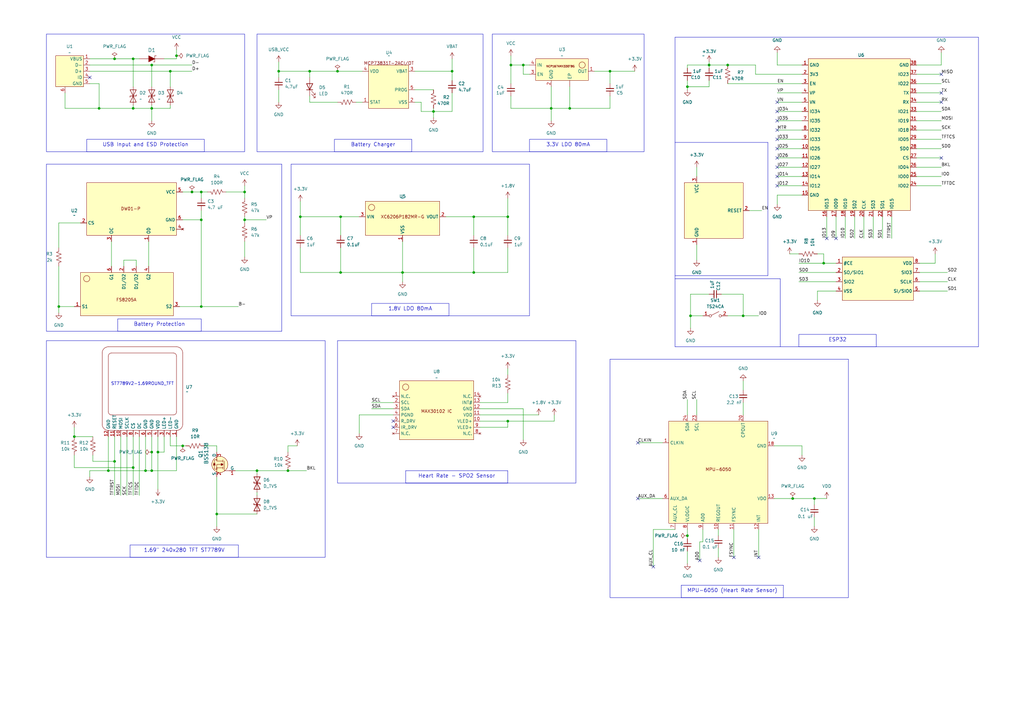
<source format=kicad_sch>
(kicad_sch (version 20231120) (generator "eeschema") (generator_version "8.0")
  (paper "A3")
  (junction (at 24.13 125.73))
  (junction (at 334.01 204.47))
  (junction (at 337.82 107.95))
  (junction (at 194.31 111.76))
  (junction (at 165.1 111.76))
  (junction (at 69.85 29.21))
  (junction (at 30.48 179.07))
  (junction (at 177.8 45.72))
  (junction (at 114.3 29.21))
  (junction (at 46.99 24.13))
  (junction (at 100.33 78.74))
  (junction (at 62.23 185.42))
  (junction (at 298.45 26.67))
  (junction (at 105.41 193.04))
  (junction (at 250.19 29.21))
  (junction (at 281.94 35.56))
  (junction (at 123.19 88.9))
  (junction (at 44.45 193.04))
  (junction (at 100.33 90.17))
  (junction (at 59.69 193.04))
  (junction (at 72.39 22.86))
  (junction (at 82.55 125.73))
  (junction (at 62.23 193.04))
  (junction (at 78.74 78.74))
  (junction (at 82.55 90.17))
  (junction (at 46.99 189.23))
  (junction (at 54.61 44.45))
  (junction (at 226.06 44.45))
  (junction (at 88.9 210.82))
  (junction (at 62.23 44.45))
  (junction (at 118.11 193.04))
  (junction (at 325.12 204.47))
  (junction (at 233.68 44.45))
  (junction (at 194.31 88.9))
  (junction (at 64.77 185.42))
  (junction (at 209.55 26.67))
  (junction (at 40.64 44.45))
  (junction (at 214.63 26.67))
  (junction (at 185.42 29.21))
  (junction (at 54.61 191.77))
  (junction (at 304.8 129.54))
  (junction (at 208.28 172.72))
  (junction (at 54.61 24.13))
  (junction (at 139.7 111.76))
  (junction (at 74.93 182.88))
  (junction (at 82.55 78.74))
  (junction (at 139.7 88.9))
  (junction (at 127 29.21))
  (junction (at 208.28 88.9))
  (junction (at 62.23 26.67))
  (junction (at 290.83 26.67))
  (junction (at 281.94 219.71))
  (junction (at 138.43 29.21))
  (junction (at 283.21 129.54))
  (no_connect (at 318.77 53.34))
  (no_connect (at 261.62 181.61))
  (no_connect (at 339.09 97.79))
  (no_connect (at 318.77 68.58))
  (no_connect (at 161.29 172.72))
  (no_connect (at 311.15 228.6))
  (no_connect (at 342.9 97.79))
  (no_connect (at 300.99 228.6))
  (no_connect (at 386.08 30.48))
  (no_connect (at 318.77 64.77))
  (no_connect (at 318.77 49.53))
  (no_connect (at 287.02 229.87))
  (no_connect (at 318.77 72.39))
  (no_connect (at 36.83 31.75))
  (no_connect (at 386.08 38.1))
  (no_connect (at 261.62 204.47))
  (no_connect (at 318.77 45.72))
  (no_connect (at 386.08 64.77))
  (no_connect (at 318.77 41.91))
  (no_connect (at 318.77 60.96))
  (no_connect (at 318.77 57.15))
  (no_connect (at 386.08 41.91))
  (no_connect (at 318.77 76.2))
  (no_connect (at 161.29 175.26))
  (no_connect (at 267.97 232.41))
  (wire (pts (xy 377.19 111.76) (xy 388.62 111.76)))
  (wire (pts (xy 82.55 125.73) (xy 97.79 125.73)))
  (wire (pts (xy 24.13 125.73) (xy 24.13 128.27)))
  (wire (pts (xy 208.28 151.13) (xy 208.28 153.67)))
  (wire (pts (xy 377.19 119.38) (xy 388.62 119.38)))
  (wire (pts (xy 36.83 26.67) (xy 62.23 26.67)))
  (wire (pts (xy 69.85 35.56) (xy 69.85 29.21)))
  (wire (pts (xy 281.94 33.02) (xy 281.94 35.56)))
  (wire (pts (xy 261.62 181.61) (xy 271.78 181.61)))
  (wire (pts (xy 82.55 78.74) (xy 82.55 81.28)))
  (wire (pts (xy 38.1 189.23) (xy 46.99 189.23)))
  (wire (pts (xy 196.85 172.72) (xy 208.28 172.72)))
  (wire (pts (xy 285.75 68.58) (xy 285.75 72.39)))
  (wire (pts (xy 123.19 111.76) (xy 139.7 111.76)))
  (wire (pts (xy 30.48 186.69) (xy 30.48 191.77)))
  (wire (pts (xy 127 29.21) (xy 138.43 29.21)))
  (wire (pts (xy 62.23 44.45) (xy 54.61 44.45)))
  (wire (pts (xy 62.23 26.67) (xy 78.74 26.67)))
  (wire (pts (xy 50.8 106.68) (xy 55.88 106.68)))
  (wire (pts (xy 50.8 109.22) (xy 50.8 106.68)))
  (wire (pts (xy 73.66 125.73) (xy 82.55 125.73)))
  (wire (pts (xy 290.83 33.02) (xy 290.83 35.56)))
  (wire (pts (xy 54.61 191.77) (xy 54.61 203.2)))
  (wire (pts (xy 375.92 38.1) (xy 386.08 38.1)))
  (wire (pts (xy 30.48 179.07) (xy 38.1 179.07)))
  (wire (pts (xy 182.88 88.9) (xy 194.31 88.9)))
  (wire (pts (xy 59.69 179.07) (xy 59.69 193.04)))
  (wire (pts (xy 67.31 185.42) (xy 64.77 185.42)))
  (wire (pts (xy 88.9 210.82) (xy 88.9 215.9)))
  (wire (pts (xy 365.76 88.9) (xy 365.76 97.79)))
  (wire (pts (xy 172.72 45.72) (xy 177.8 45.72)))
  (wire (pts (xy 60.96 99.06) (xy 60.96 109.22)))
  (wire (pts (xy 194.31 101.6) (xy 194.31 111.76)))
  (wire (pts (xy 361.95 88.9) (xy 361.95 97.79)))
  (wire (pts (xy 209.55 22.86) (xy 209.55 26.67)))
  (wire (pts (xy 375.92 57.15) (xy 386.08 57.15)))
  (wire (pts (xy 318.77 68.58) (xy 328.93 68.58)))
  (wire (pts (xy 147.32 170.18) (xy 147.32 177.8)))
  (wire (pts (xy 52.07 179.07) (xy 52.07 203.2)))
  (wire (pts (xy 24.13 109.22) (xy 24.13 125.73)))
  (wire (pts (xy 304.8 120.65) (xy 304.8 129.54)))
  (wire (pts (xy 377.19 115.57) (xy 388.62 115.57)))
  (wire (pts (xy 123.19 96.52) (xy 123.19 88.9)))
  (wire (pts (xy 36.83 193.04) (xy 36.83 195.58)))
  (wire (pts (xy 62.23 179.07) (xy 62.23 185.42)))
  (wire (pts (xy 354.33 88.9) (xy 354.33 97.79)))
  (wire (pts (xy 57.15 179.07) (xy 57.15 203.2)))
  (wire (pts (xy 334.01 204.47) (xy 334.01 207.01)))
  (wire (pts (xy 375.92 34.29) (xy 386.08 34.29)))
  (wire (pts (xy 72.39 20.32) (xy 72.39 22.86)))
  (wire (pts (xy 304.8 165.1) (xy 304.8 170.18)))
  (wire (pts (xy 375.92 45.72) (xy 386.08 45.72)))
  (wire (pts (xy 127 29.21) (xy 127 31.75)))
  (wire (pts (xy 318.77 60.96) (xy 328.93 60.96)))
  (wire (pts (xy 83.82 182.88) (xy 88.9 182.88)))
  (wire (pts (xy 54.61 179.07) (xy 54.61 191.77)))
  (wire (pts (xy 309.88 30.48) (xy 328.93 30.48)))
  (wire (pts (xy 44.45 193.04) (xy 36.83 193.04)))
  (polyline (pts (xy 320.04 114.3) (xy 320.04 142.24)))
  (wire (pts (xy 217.17 30.48) (xy 214.63 30.48)))
  (wire (pts (xy 208.28 161.29) (xy 208.28 165.1)))
  (wire (pts (xy 36.83 29.21) (xy 69.85 29.21)))
  (wire (pts (xy 62.23 185.42) (xy 62.23 193.04)))
  (wire (pts (xy 214.63 26.67) (xy 217.17 26.67)))
  (wire (pts (xy 317.5 204.47) (xy 325.12 204.47)))
  (wire (pts (xy 281.94 226.06) (xy 281.94 231.14)))
  (wire (pts (xy 318.77 64.77) (xy 328.93 64.77)))
  (wire (pts (xy 26.67 44.45) (xy 40.64 44.45)))
  (wire (pts (xy 226.06 44.45) (xy 226.06 49.53)))
  (wire (pts (xy 209.55 44.45) (xy 226.06 44.45)))
  (wire (pts (xy 327.66 115.57) (xy 342.9 115.57)))
  (wire (pts (xy 172.72 41.91) (xy 172.72 45.72)))
  (wire (pts (xy 233.68 44.45) (xy 226.06 44.45)))
  (wire (pts (xy 375.92 72.39) (xy 386.08 72.39)))
  (wire (pts (xy 114.3 25.4) (xy 114.3 29.21)))
  (wire (pts (xy 208.28 88.9) (xy 194.31 88.9)))
  (wire (pts (xy 127 41.91) (xy 138.43 41.91)))
  (wire (pts (xy 208.28 172.72) (xy 227.33 172.72)))
  (wire (pts (xy 346.71 88.9) (xy 346.71 97.79)))
  (wire (pts (xy 194.31 88.9) (xy 194.31 96.52)))
  (wire (pts (xy 208.28 81.28) (xy 208.28 88.9)))
  (wire (pts (xy 196.85 175.26) (xy 208.28 175.26)))
  (wire (pts (xy 283.21 129.54) (xy 288.29 129.54)))
  (wire (pts (xy 139.7 101.6) (xy 139.7 111.76)))
  (polyline (pts (xy 276.86 113.03) (xy 314.96 113.03)))
  (wire (pts (xy 69.85 29.21) (xy 78.74 29.21)))
  (wire (pts (xy 26.67 38.1) (xy 26.67 44.45)))
  (wire (pts (xy 123.19 82.55) (xy 123.19 88.9)))
  (wire (pts (xy 318.77 80.01) (xy 328.93 80.01)))
  (wire (pts (xy 318.77 45.72) (xy 328.93 45.72)))
  (wire (pts (xy 250.19 29.21) (xy 260.35 29.21)))
  (wire (pts (xy 36.83 24.13) (xy 46.99 24.13)))
  (wire (pts (xy 318.77 38.1) (xy 328.93 38.1)))
  (wire (pts (xy 92.71 78.74) (xy 100.33 78.74)))
  (wire (pts (xy 337.82 104.14) (xy 337.82 107.95)))
  (wire (pts (xy 304.8 129.54) (xy 298.45 129.54)))
  (wire (pts (xy 44.45 179.07) (xy 44.45 193.04)))
  (wire (pts (xy 307.34 86.36) (xy 312.42 86.36)))
  (wire (pts (xy 318.77 26.67) (xy 318.77 21.59)))
  (wire (pts (xy 233.68 35.56) (xy 233.68 44.45)))
  (wire (pts (xy 383.54 104.14) (xy 383.54 107.95)))
  (wire (pts (xy 46.99 24.13) (xy 54.61 24.13)))
  (wire (pts (xy 209.55 26.67) (xy 214.63 26.67)))
  (wire (pts (xy 283.21 129.54) (xy 283.21 134.62)))
  (wire (pts (xy 170.18 29.21) (xy 185.42 29.21)))
  (wire (pts (xy 121.92 182.88) (xy 118.11 182.88)))
  (wire (pts (xy 375.92 26.67) (xy 386.08 26.67)))
  (wire (pts (xy 36.83 34.29) (xy 40.64 34.29)))
  (wire (pts (xy 30.48 191.77) (xy 54.61 191.77)))
  (wire (pts (xy 100.33 78.74) (xy 100.33 81.28)))
  (wire (pts (xy 100.33 76.2) (xy 100.33 78.74)))
  (wire (pts (xy 146.05 41.91) (xy 148.59 41.91)))
  (wire (pts (xy 327.66 107.95) (xy 337.82 107.95)))
  (wire (pts (xy 54.61 24.13) (xy 57.15 24.13)))
  (wire (pts (xy 358.14 88.9) (xy 358.14 97.79)))
  (wire (pts (xy 64.77 179.07) (xy 64.77 185.42)))
  (wire (pts (xy 105.41 193.04) (xy 118.11 193.04)))
  (wire (pts (xy 375.92 41.91) (xy 386.08 41.91)))
  (wire (pts (xy 290.83 120.65) (xy 283.21 120.65)))
  (wire (pts (xy 185.42 45.72) (xy 177.8 45.72)))
  (wire (pts (xy 74.93 78.74) (xy 78.74 78.74)))
  (wire (pts (xy 250.19 34.29) (xy 250.19 29.21)))
  (wire (pts (xy 327.66 111.76) (xy 342.9 111.76)))
  (wire (pts (xy 318.77 53.34) (xy 328.93 53.34)))
  (wire (pts (xy 38.1 186.69) (xy 38.1 189.23)))
  (wire (pts (xy 62.23 26.67) (xy 62.23 35.56)))
  (wire (pts (xy 88.9 182.88) (xy 88.9 185.42)))
  (wire (pts (xy 288.29 222.25) (xy 287.02 222.25)))
  (wire (pts (xy 350.52 88.9) (xy 350.52 97.79)))
  (wire (pts (xy 317.5 182.88) (xy 328.93 182.88)))
  (wire (pts (xy 281.94 26.67) (xy 290.83 26.67)))
  (wire (pts (xy 281.94 219.71) (xy 281.94 220.98)))
  (wire (pts (xy 335.28 119.38) (xy 335.28 123.19)))
  (wire (pts (xy 285.75 163.83) (xy 285.75 170.18)))
  (wire (pts (xy 290.83 26.67) (xy 290.83 27.94)))
  (wire (pts (xy 88.9 195.58) (xy 88.9 210.82)))
  (wire (pts (xy 54.61 24.13) (xy 54.61 35.56)))
  (wire (pts (xy 78.74 78.74) (xy 82.55 78.74)))
  (wire (pts (xy 69.85 179.07) (xy 69.85 182.88)))
  (wire (pts (xy 318.77 41.91) (xy 328.93 41.91)))
  (wire (pts (xy 267.97 217.17) (xy 276.86 217.17)))
  (wire (pts (xy 69.85 43.18) (xy 69.85 44.45)))
  (wire (pts (xy 96.52 193.04) (xy 105.41 193.04)))
  (wire (pts (xy 185.42 38.1) (xy 185.42 45.72)))
  (wire (pts (xy 127 39.37) (xy 127 41.91)))
  (wire (pts (xy 82.55 86.36) (xy 82.55 90.17)))
  (wire (pts (xy 334.01 204.47) (xy 339.09 204.47)))
  (wire (pts (xy 64.77 185.42) (xy 64.77 200.66)))
  (wire (pts (xy 72.39 179.07) (xy 72.39 193.04)))
  (wire (pts (xy 114.3 29.21) (xy 114.3 31.75)))
  (wire (pts (xy 281.94 163.83) (xy 281.94 170.18)))
  (wire (pts (xy 138.43 29.21) (xy 148.59 29.21)))
  (wire (pts (xy 46.99 179.07) (xy 46.99 189.23)))
  (wire (pts (xy 298.45 34.29) (xy 328.93 34.29)))
  (wire (pts (xy 318.77 76.2) (xy 328.93 76.2)))
  (wire (pts (xy 45.72 99.06) (xy 45.72 109.22)))
  (wire (pts (xy 72.39 24.13) (xy 67.31 24.13)))
  (wire (pts (xy 62.23 44.45) (xy 62.23 49.53)))
  (wire (pts (xy 318.77 57.15) (xy 328.93 57.15)))
  (wire (pts (xy 281.94 27.94) (xy 281.94 26.67)))
  (wire (pts (xy 283.21 120.65) (xy 283.21 129.54)))
  (wire (pts (xy 294.64 217.17) (xy 294.64 219.71)))
  (wire (pts (xy 209.55 39.37) (xy 209.55 44.45)))
  (wire (pts (xy 82.55 78.74) (xy 85.09 78.74)))
  (wire (pts (xy 261.62 204.47) (xy 271.78 204.47)))
  (wire (pts (xy 185.42 29.21) (xy 185.42 24.13)))
  (wire (pts (xy 161.29 170.18) (xy 147.32 170.18)))
  (wire (pts (xy 114.3 29.21) (xy 127 29.21)))
  (wire (pts (xy 69.85 44.45) (xy 62.23 44.45)))
  (wire (pts (xy 82.55 90.17) (xy 82.55 125.73)))
  (wire (pts (xy 328.93 182.88) (xy 328.93 186.69)))
  (wire (pts (xy 267.97 217.17) (xy 267.97 232.41)))
  (wire (pts (xy 139.7 88.9) (xy 139.7 96.52)))
  (wire (pts (xy 323.85 104.14) (xy 327.66 104.14)))
  (wire (pts (xy 105.41 201.93) (xy 105.41 203.2)))
  (wire (pts (xy 318.77 80.01) (xy 318.77 83.82)))
  (wire (pts (xy 118.11 182.88) (xy 118.11 185.42)))
  (wire (pts (xy 177.8 44.45) (xy 177.8 45.72)))
  (wire (pts (xy 375.92 49.53) (xy 386.08 49.53)))
  (wire (pts (xy 147.32 88.9) (xy 139.7 88.9)))
  (wire (pts (xy 196.85 170.18) (xy 220.98 170.18)))
  (polyline (pts (xy 314.96 113.03) (xy 314.96 58.42)))
  (wire (pts (xy 69.85 182.88) (xy 74.93 182.88)))
  (wire (pts (xy 100.33 88.9) (xy 100.33 90.17)))
  (wire (pts (xy 342.9 119.38) (xy 335.28 119.38)))
  (wire (pts (xy 114.3 36.83) (xy 114.3 41.91)))
  (wire (pts (xy 74.93 182.88) (xy 76.2 182.88)))
  (wire (pts (xy 170.18 36.83) (xy 177.8 36.83)))
  (wire (pts (xy 46.99 189.23) (xy 46.99 203.2)))
  (wire (pts (xy 208.28 111.76) (xy 194.31 111.76)))
  (polyline (pts (xy 276.86 114.3) (xy 320.04 114.3)))
  (polyline (pts (xy 276.86 58.42) (xy 314.96 58.42)))
  (wire (pts (xy 208.28 165.1) (xy 196.85 165.1)))
  (wire (pts (xy 74.93 90.17) (xy 82.55 90.17)))
  (wire (pts (xy 386.08 21.59) (xy 386.08 26.67)))
  (wire (pts (xy 208.28 175.26) (xy 208.28 172.72)))
  (wire (pts (xy 55.88 106.68) (xy 55.88 109.22)))
  (wire (pts (xy 185.42 29.21) (xy 185.42 33.02)))
  (wire (pts (xy 152.4 167.64) (xy 161.29 167.64)))
  (wire (pts (xy 335.28 104.14) (xy 337.82 104.14)))
  (wire (pts (xy 24.13 125.73) (xy 30.48 125.73)))
  (wire (pts (xy 123.19 88.9) (xy 139.7 88.9)))
  (wire (pts (xy 208.28 101.6) (xy 208.28 111.76)))
  (wire (pts (xy 328.93 26.67) (xy 318.77 26.67)))
  (wire (pts (xy 100.33 90.17) (xy 100.33 91.44)))
  (wire (pts (xy 281.94 217.17) (xy 281.94 219.71)))
  (wire (pts (xy 30.48 175.26) (xy 30.48 179.07)))
  (wire (pts (xy 337.82 107.95) (xy 342.9 107.95)))
  (wire (pts (xy 295.91 120.65) (xy 304.8 120.65)))
  (wire (pts (xy 342.9 88.9) (xy 342.9 97.79)))
  (wire (pts (xy 165.1 115.57) (xy 165.1 111.76)))
  (wire (pts (xy 309.88 26.67) (xy 298.45 26.67)))
  (wire (pts (xy 377.19 107.95) (xy 383.54 107.95)))
  (wire (pts (xy 311.15 217.17) (xy 311.15 228.6)))
  (wire (pts (xy 177.8 48.26) (xy 177.8 45.72)))
  (wire (pts (xy 375.92 76.2) (xy 386.08 76.2)))
  (wire (pts (xy 294.64 224.79) (xy 294.64 228.6)))
  (wire (pts (xy 54.61 44.45) (xy 54.61 43.18)))
  (wire (pts (xy 250.19 29.21) (xy 243.84 29.21)))
  (wire (pts (xy 287.02 222.25) (xy 287.02 229.87)))
  (wire (pts (xy 339.09 88.9) (xy 339.09 97.79)))
  (wire (pts (xy 40.64 34.29) (xy 40.64 44.45)))
  (wire (pts (xy 67.31 179.07) (xy 67.31 185.42)))
  (wire (pts (xy 24.13 101.6) (xy 24.13 91.44)))
  (wire (pts (xy 105.41 194.31) (xy 105.41 193.04)))
  (wire (pts (xy 334.01 212.09) (xy 334.01 215.9)))
  (wire (pts (xy 40.64 44.45) (xy 54.61 44.45)))
  (wire (pts (xy 59.69 193.04) (xy 44.45 193.04)))
  (wire (pts (xy 118.11 193.04) (xy 125.73 193.04)))
  (wire (pts (xy 100.33 99.06) (xy 100.33 105.41)))
  (wire (pts (xy 24.13 91.44) (xy 33.02 91.44)))
  (wire (pts (xy 304.8 129.54) (xy 311.15 129.54)))
  (wire (pts (xy 250.19 44.45) (xy 233.68 44.45)))
  (wire (pts (xy 290.83 26.67) (xy 298.45 26.67)))
  (wire (pts (xy 227.33 170.18) (xy 227.33 172.72)))
  (wire (pts (xy 100.33 90.17) (xy 109.22 90.17)))
  (wire (pts (xy 123.19 101.6) (xy 123.19 111.76)))
  (wire (pts (xy 72.39 193.04) (xy 62.23 193.04)))
  (wire (pts (xy 375.92 60.96) (xy 386.08 60.96)))
  (wire (pts (xy 318.77 72.39) (xy 328.93 72.39)))
  (wire (pts (xy 386.08 68.58) (xy 375.92 68.58)))
  (wire (pts (xy 226.06 44.45) (xy 226.06 35.56)))
  (wire (pts (xy 105.41 210.82) (xy 88.9 210.82)))
  (wire (pts (xy 72.39 22.86) (xy 72.39 24.13)))
  (wire (pts (xy 375.92 30.48) (xy 386.08 30.48)))
  (wire (pts (xy 281.94 35.56) (xy 281.94 36.83)))
  (wire (pts (xy 214.63 30.48) (xy 214.63 26.67)))
  (wire (pts (xy 375.92 53.34) (xy 386.08 53.34)))
  (wire (pts (xy 290.83 25.4) (xy 290.83 26.67)))
  (wire (pts (xy 214.63 167.64) (xy 214.63 180.34)))
  (wire (pts (xy 375.92 64.77) (xy 386.08 64.77)))
  (wire (pts (xy 288.29 217.17) (xy 288.29 222.25)))
  (wire (pts (xy 300.99 217.17) (xy 300.99 228.6)))
  (wire (pts (xy 170.18 41.91) (xy 172.72 41.91)))
  (wire (pts (xy 62.23 193.04) (xy 59.69 193.04)))
  (wire (pts (xy 139.7 111.76) (xy 165.1 111.76)))
  (wire (pts (xy 250.19 39.37) (xy 250.19 44.45)))
  (wire (pts (xy 304.8 156.21) (xy 304.8 160.02)))
  (wire (pts (xy 49.53 179.07) (xy 49.53 203.2)))
  (wire (pts (xy 208.28 96.52) (xy 208.28 88.9)))
  (wire (pts (xy 209.55 26.67) (xy 209.55 34.29)))
  (wire (pts (xy 194.31 111.76) (xy 165.1 111.76)))
  (wire (pts (xy 285.75 100.33) (xy 285.75 106.68)))
  (wire (pts (xy 290.83 35.56) (xy 281.94 35.56)))
  (wire (pts (xy 62.23 43.18) (xy 62.23 44.45)))
  (wire (pts (xy 165.1 99.06) (xy 165.1 111.76)))
  (wire (pts (xy 318.77 49.53) (xy 328.93 49.53)))
  (wire (pts (xy 152.4 165.1) (xy 161.29 165.1)))
  (wire (pts (xy 196.85 167.64) (xy 214.63 167.64)))
  (wire (pts (xy 309.88 30.48) (xy 309.88 26.67)))
  (wire (pts (xy 325.12 204.47) (xy 334.01 204.47)))
  (rectangle (start 19.05 139.7) (end 133.35 228.6))
  (rectangle (start 119.38 67.31) (end 217.17 129.54))
  (rectangle (start 19.05 13.97) (end 100.33 62.23))
  (rectangle (start 138.43 139.7) (end 236.22 198.12))
  (rectangle (start 201.93 13.97) (end 264.16 62.23))
  (rectangle (start 105.41 13.97) (end 198.12 62.23))
  (rectangle (start 250.19 147.32) (end 347.98 245.11))
  (rectangle (start 276.86 15.24) (end 401.32 142.24))
  (rectangle (start 19.05 67.31) (end 115.57 135.89))
  (text_box "1.8V LDO 80mA" (at 152.4 124.46 0) (size 31.75 5.08) (effects (font (size 1.524 1.524)) (justify top)))
  (text_box "3.3V LDO 80mA\n" (at 217.17 57.15 0) (size 31.75 5.08) (effects (font (size 1.524 1.524)) (justify top)))
  (text_box "Battery Charger\n" (at 137.16 57.15 0) (size 31.75 5.08) (effects (font (size 1.524 1.524)) (justify top)))
  (text_box "Battery Protection\n" (at 48.26 130.81 0) (size 34.29 5.08) (effects (font (size 1.524 1.524)) (justify top)))
  (text_box "1.69\" 240x280 TFT ST7789V\n" (at 53.34 223.52 0) (size 44.45 5.08) (effects (font (size 1.524 1.524)) (justify top)))
  (text_box "Heart Rate - SPO2 Sensor\n" (at 166.37 193.04 0) (size 41.91 5.08) (effects (font (size 1.524 1.524)) (justify top)))
  (text_box "ESP32\n" (at 327.66 137.16 0) (size 31.75 5.08) (effects (font (size 1.524 1.524)) (justify top)))
  (text_box "" (at 59.69 133.35 0) (size 0 0) (effects (font (size 1.27 1.27)) (justify top)))
  (text_box "USB Input and ESD Protection\n" (at 35.56 57.15 0) (size 48.26 5.08) (effects (font (size 1.524 1.524)) (justify top)))
  (text_box "MPU-6050 (Heart Rate Sensor)\n" (at 279.4 240.03 0) (size 41.91 5.08) (effects (font (size 1.524 1.524)) (justify top)))
  (text "ST7789V2-1.69ROUND_TFT\n" (at 58.42 157.48 0) (effects (font (size 1.27 1.27))))
  (label "MISO" (at 386.08 30.48 0))
  (label "MOSI" (at 386.08 49.53 0))
  (label "BKL" (at 386.08 68.58 0))
  (label "SD1" (at 361.95 97.79 90))
  (label "IO14" (at 318.77 72.39 0))
  (label "D-" (at 78.74 26.67 0))
  (label "SDA" (at 152.4 167.64 0))
  (label "TFTCS" (at 386.08 57.15 0))
  (label "BKL" (at 125.73 193.04 0))
  (label "D+" (at 78.74 29.21 0))
  (label "IO27" (at 318.77 68.58 0))
  (label "IO26" (at 318.77 64.77 0))
  (label "IO9" (at 342.9 97.79 90))
  (label "SD3" (at 358.14 97.79 90))
  (label "SCK" (at 52.07 203.2 90))
  (label "SD1" (at 388.62 119.38 0))
  (label "SDA" (at 386.08 45.72 0))
  (label "SCL" (at 285.75 163.83 90))
  (label "TFTCS" (at 54.61 203.2 90))
  (label "SD2" (at 350.52 97.79 90))
  (label "IO0" (at 311.15 129.54 0))
  (label "SCL" (at 386.08 34.29 0))
  (label "IO13" (at 339.09 97.79 90))
  (label "FSYNC" (at 300.99 228.6 90))
  (label "TFTRST" (at 46.99 203.2 90))
  (label "TFTDC" (at 57.15 203.2 90))
  (label "IO0" (at 386.08 72.39 0))
  (label "VP" (at 109.22 90.17 0))
  (label "IO10" (at 327.66 107.95 0))
  (label "IO12" (at 318.77 76.2 0))
  (label "VP" (at 318.77 38.1 0))
  (label "EN" (at 318.77 34.29 0))
  (label "AUX_CL" (at 267.97 232.41 90))
  (label "TX" (at 386.08 38.1 0))
  (label "IO25" (at 318.77 60.96 0))
  (label "CLK" (at 388.62 115.57 0))
  (label "IO10" (at 346.71 97.79 90))
  (label "SCK" (at 386.08 53.34 0))
  (label "INT" (at 311.15 228.6 90))
  (label "SD0" (at 327.66 111.76 0))
  (label "SCL" (at 152.4 165.1 0))
  (label "CLK" (at 354.33 97.79 90))
  (label "EN" (at 312.42 86.36 0))
  (label "IO35" (at 318.77 49.53 0))
  (label "IO34" (at 318.77 45.72 0))
  (label "MOSI" (at 49.53 203.2 90))
  (label "AD0" (at 287.02 229.87 90))
  (label "AUX_DA" (at 261.62 204.47 0))
  (label "IO33" (at 318.77 57.15 0))
  (label "RX" (at 386.08 41.91 0))
  (label "B-" (at 97.79 125.73 0))
  (label "TFTDC" (at 386.08 76.2 0))
  (label "SD0" (at 386.08 60.96 0))
  (label "VN" (at 318.77 41.91 0))
  (label "SDA" (at 281.94 163.83 90))
  (label "MTR" (at 318.77 53.34 0))
  (label "SD2" (at 388.62 111.76 0))
  (label "SD3" (at 327.66 115.57 0))
  (label "CLKIN" (at 261.62 181.61 0))
  (label "TFTRST" (at 365.76 97.79 90))
  (symbol (lib_id "Device:C_Small") (at 281.94 30.48 180) (unit 1)
    (property "Reference" "C10" (at 287.274 31.75 0) (effects (justify left)))
    (property "Value" "1uF" (at 287.782 29.21 0) (effects (justify left)))
    (property "Description" "Unpolarized capacitor, small symbol" (effects (hide yes)))
  )
  (symbol (lib_id "power:GND") (at 100.33 105.41 0) (unit 1)
    (property "Reference" "#PWR09" (effects (hide yes)))
    (property "Value" "GND" (at 100.33 110.49 0))
    (property "Description" "Power symbol creates a global label with name \"GND\" , ground" (effects (hide yes)))
  )
  (symbol (lib_id "power:GND") (at 226.06 49.53 0) (unit 1)
    (property "Reference" "#PWR011" (effects (hide yes)))
    (property "Value" "GND" (at 226.06 54.61 0))
    (property "Description" "Power symbol creates a global label with name \"GND\" , ground" (effects (hide yes)))
  )
  (symbol (lib_id "dk_Transistors-FETs-MOSFETs-Single:BSS138") (at 88.9 190.5 0) (mirror y) (unit 1)
    (property "Reference" "Q1" (at 82.296 186.182 90) (effects (font (size 1.524 1.524))))
    (property "Value" "BSS138" (at 84.582 185.928 90) (effects (font (size 1.524 1.524))))
    (property "Footprint" "digikey-footprints:SOT-23-3" (effects (hide yes)))
    (property "Datasheet" "https://www.onsemi.com/pub/Collateral/BSS138-D.PDF" (effects (hide yes)))
    (property "Description" "MOSFET N-CH 50V 220MA SOT-23" (effects (hide yes)))
    (property "MPN" "BSS138" (effects (hide yes)))
    (property "Category" "Discrete Semiconductor Products" (effects (hide yes)))
    (property "Family" "Transistors - FETs, MOSFETs - Single" (effects (hide yes)))
    (property "DK_Datasheet_Link" "https://www.onsemi.com/pub/Collateral/BSS138-D.PDF" (effects (hide yes)))
    (property "DK_Detail_Page" "/product-detail/en/on-semiconductor/BSS138/BSS138CT-ND/244294" (effects (hide yes)))
    (property "Manufacturer" "ON Semiconductor" (effects (hide yes)))
    (property "Status" "Active" (effects (hide yes)))
  )
  (symbol (lib_id "1.V LDO 80mA:XC6206P182MR-G") (at 165.1 78.74 0) (unit 1)
    (property "Reference" "U5" (at 165.1 80.518 0))
    (property "Value" "~" (at 165.1 81.28 0))
  )
  (symbol (lib_id "Device:D_TVS") (at 105.41 198.12 270) (unit 1)
    (property "Reference" "D6" (at 107.95 196.8499 90) (effects (justify left)))
    (property "Value" "D_TVS" (at 107.95 199.3899 90) (effects (justify left)))
    (property "Description" "Bidirectional transient-voltage-suppression diode" (effects (hide yes)))
  )
  (symbol (lib_id "power:PWR_FLAG") (at 325.12 204.47 0) (unit 1)
    (property "Reference" "#FLG06" (effects (hide yes)))
    (property "Value" "PWR_FLAG" (at 325.12 199.39 0))
    (property "Description" "Special symbol for telling ERC where power comes from" (effects (hide yes)))
  )
  (symbol (lib_id "3.3V LDO 700mA:NCP167AMX330TBG") (at 229.87 22.86 0) (unit 1)
    (property "Reference" "U3" (at 230.505 20.32 0))
    (property "Value" "~" (at 230.505 22.86 0))
  )
  (symbol (lib_id "Device:C_Small") (at 185.42 35.56 0) (unit 1)
    (property "Reference" "C2" (at 187.96 34.2962 0) (effects (justify left)))
    (property "Value" "4.7uF" (at 187.96 36.8362 0) (effects (justify left)))
    (property "Description" "Unpolarized capacitor, small symbol" (effects (hide yes)))
  )
  (symbol (lib_id "Device:C_Small") (at 114.3 34.29 0) (unit 1)
    (property "Reference" "C1" (at 116.84 33.0262 0) (effects (justify left)))
    (property "Value" "4.7uF" (at 116.84 35.5662 0) (effects (justify left)))
    (property "Description" "Unpolarized capacitor, small symbol" (effects (hide yes)))
  )
  (symbol (lib_id "power:VCC") (at 114.3 25.4 0) (unit 1)
    (property "Reference" "#PWR02" (effects (hide yes)))
    (property "Value" "USB_VCC" (at 114.3 20.32 0))
    (property "Description" "Power symbol creates a global label with name \"VCC\"" (effects (hide yes)))
  )
  (symbol (lib_id "power:GND") (at 318.77 21.59 180) (unit 1)
    (property "Reference" "#PWR016" (effects (hide yes)))
    (property "Value" "GND" (at 318.77 16.51 0))
    (property "Description" "Power symbol creates a global label with name \"GND\" , ground" (effects (hide yes)))
  )
  (symbol (lib_id "Device:R_US") (at 142.24 41.91 90) (mirror x) (unit 1)
    (property "Reference" "R1" (at 142.24 35.56 90))
    (property "Value" "470R" (at 142.24 38.1 90))
    (property "Description" "Resistor, US symbol" (effects (hide yes)))
  )
  (symbol (lib_id "power:VCC") (at 185.42 24.13 0) (unit 1)
    (property "Reference" "#PWR06" (effects (hide yes)))
    (property "Value" "VBAT" (at 185.42 19.05 0))
    (property "Description" "Power symbol creates a global label with name \"VCC\"" (effects (hide yes)))
  )
  (symbol (lib_id "Device:C_Small") (at 293.37 120.65 270) (unit 1)
    (property "Reference" "C12" (at 294.64 115.316 0) (effects (justify left)))
    (property "Value" "1uF" (at 292.1 114.808 0) (effects (justify left)))
    (property "Description" "Unpolarized capacitor, small symbol" (effects (hide yes)))
  )
  (symbol (lib_id "power:GND") (at 283.21 134.62 0) (unit 1)
    (property "Reference" "#PWR026" (effects (hide yes)))
    (property "Value" "GND" (at 283.21 139.7 0))
    (property "Description" "Power symbol creates a global label with name \"GND\" , ground" (effects (hide yes)))
  )
  (symbol (lib_id "power:GND") (at 62.23 49.53 0) (unit 1)
    (property "Reference" "#PWR01" (effects (hide yes)))
    (property "Value" "GND" (at 62.23 54.61 0))
    (property "Description" "Power symbol creates a global label with name \"GND\" , ground" (effects (hide yes)))
  )
  (symbol (lib_id "power:VCC") (at 208.28 151.13 0) (unit 1)
    (property "Reference" "#PWR033" (effects (hide yes)))
    (property "Value" "+3.3V" (at 208.28 146.05 0))
    (property "Description" "Power symbol creates a global label with name \"VCC\"" (effects (hide yes)))
  )
  (symbol (lib_id "Device:R_US") (at 331.47 104.14 270) (mirror x) (unit 1)
    (property "Reference" "R8" (at 330.708 97.536 0) (effects (justify right)))
    (property "Value" "10k" (at 333.248 97.536 0) (effects (justify right)))
    (property "Description" "Resistor, US symbol" (effects (hide yes)))
  )
  (symbol (lib_id "power:PWR_FLAG") (at 62.23 185.42 90) (unit 1)
    (property "Reference" "#FLG05" (effects (hide yes)))
    (property "Value" "PWR_FLAG" (at 58.42 185.4199 90) (effects (justify left)))
    (property "Description" "Special symbol for telling ERC where power comes from" (effects (hide yes)))
  )
  (symbol (lib_id "Device:C_Small") (at 139.7 99.06 0) (unit 1)
    (property "Reference" "C7" (at 142.24 97.7962 0) (effects (justify left)))
    (property "Value" "0.1uF" (at 142.24 100.3362 0) (effects (justify left)))
    (property "Description" "Unpolarized capacitor, small symbol" (effects (hide yes)))
  )
  (symbol (lib_id "power:GND") (at 147.32 177.8 0) (unit 1)
    (property "Reference" "#PWR032" (effects (hide yes)))
    (property "Value" "GND" (at 147.32 182.88 0))
    (property "Description" "Power symbol creates a global label with name \"GND\" , ground" (effects (hide yes)))
  )
  (symbol (lib_id "Device:R_US") (at 38.1 182.88 0) (mirror x) (unit 1)
    (property "Reference" "R12" (at 36.322 181.61 0) (effects (justify right)))
    (property "Value" "10k" (at 36.322 184.15 0) (effects (justify right)))
    (property "Description" "Resistor, US symbol" (effects (hide yes)))
  )
  (symbol (lib_id "power:PWR_FLAG") (at 281.94 219.71 90) (unit 1)
    (property "Reference" "#FLG08" (effects (hide yes)))
    (property "Value" "PWR_FLAG" (at 278.13 219.7099 90) (effects (justify left)))
    (property "Description" "Special symbol for telling ERC where power comes from" (effects (hide yes)))
  )
  (symbol (lib_id "power:VCC") (at 121.92 182.88 0) (unit 1)
    (property "Reference" "#PWR029" (effects (hide yes)))
    (property "Value" "+3.3V" (at 121.92 177.8 0))
    (property "Description" "Power symbol creates a global label with name \"VCC\"" (effects (hide yes)))
  )
  (symbol (lib_id "power:GND") (at 335.28 123.19 0) (unit 1)
    (property "Reference" "#PWR023" (effects (hide yes)))
    (property "Value" "GND" (at 335.28 128.27 0))
    (property "Description" "Power symbol creates a global label with name \"GND\" , ground" (effects (hide yes)))
  )
  (symbol (lib_id "Device:C_Small") (at 250.19 36.83 180) (unit 1)
    (property "Reference" "C5" (at 255.524 38.1 0) (effects (justify left)))
    (property "Value" "1uF" (at 256.032 35.56 0) (effects (justify left)))
    (property "Description" "Unpolarized capacitor, small symbol" (effects (hide yes)))
  )
  (symbol (lib_id "power:VCC") (at 220.98 170.18 0) (unit 1)
    (property "Reference" "#PWR035" (effects (hide yes)))
    (property "Value" "+1.8V" (at 220.98 165.1 0))
    (property "Description" "Power symbol creates a global label with name \"VCC\"" (effects (hide yes)))
  )
  (symbol (lib_id "power:GND") (at 328.93 186.69 0) (unit 1)
    (property "Reference" "#PWR038" (effects (hide yes)))
    (property "Value" "GND" (at 328.93 191.77 0))
    (property "Description" "Power symbol creates a global label with name \"GND\" , ground" (effects (hide yes)))
  )
  (symbol (lib_id "power:GND") (at 334.01 215.9 0) (unit 1)
    (property "Reference" "#PWR040" (effects (hide yes)))
    (property "Value" "GND" (at 334.01 220.98 0))
    (property "Description" "Power symbol creates a global label with name \"GND\" , ground" (effects (hide yes)))
  )
  (symbol (lib_id "power:VCC") (at 209.55 22.86 0) (unit 1)
    (property "Reference" "#PWR010" (effects (hide yes)))
    (property "Value" "VCC" (at 209.55 17.78 0))
    (property "Description" "Power symbol creates a global label with name \"VCC\"" (effects (hide yes)))
  )
  (symbol (lib_id "power:VCC") (at 30.48 175.26 0) (unit 1)
    (property "Reference" "#PWR031" (effects (hide yes)))
    (property "Value" "+3.3V" (at 30.48 170.18 0))
    (property "Description" "Power symbol creates a global label with name \"VCC\"" (effects (hide yes)))
  )
  (symbol (lib_id "Diode:SD05_SOD323") (at 62.23 39.37 90) (mirror x) (unit 1)
    (property "Reference" "D3" (at 64.77 38.0999 90) (effects (justify right)))
    (property "Value" "~" (at 64.77 40.6399 90) (effects (justify right)))
    (property "Footprint" "Diode_SMD:D_SOD-323" (effects (hide yes)))
    (property "Datasheet" "https://www.littelfuse.com/~/media/electronics/datasheets/tvs_diode_arrays/littelfuse_tvs_diode_array_sd_c_datasheet.pdf.pdf" (effects (hide yes)))
    (property "Description" "5V, 450W Discrete Bidirectional TVS Diode, SOD-323" (effects (hide yes)))
  )
  (symbol (lib_id "Device:R_US") (at 208.28 157.48 0) (mirror y) (unit 1)
    (property "Reference" "R13" (at 201.676 158.242 0) (effects (justify right)))
    (property "Value" "10k" (at 201.676 155.702 0) (effects (justify right)))
    (property "Description" "Resistor, US symbol" (effects (hide yes)))
  )
  (symbol (lib_id "Device:R_US") (at 118.11 189.23 0) (mirror x) (unit 1)
    (property "Reference" "R10" (at 116.078 188.214 0) (effects (justify right)))
    (property "Value" "10k" (at 116.078 190.754 0) (effects (justify right)))
    (property "Description" "Resistor, US symbol" (effects (hide yes)))
  )
  (symbol (lib_id "power:GND") (at 114.3 41.91 0) (unit 1)
    (property "Reference" "#PWR05" (effects (hide yes)))
    (property "Value" "GND" (at 114.3 46.99 0))
    (property "Description" "Power symbol creates a global label with name \"GND\" , ground" (effects (hide yes)))
  )
  (symbol (lib_id "power:PWR_FLAG") (at 138.43 29.21 0) (unit 1)
    (property "Reference" "#FLG03" (effects (hide yes)))
    (property "Value" "PWR_FLAG" (at 138.43 24.13 0))
    (property "Description" "Special symbol for telling ERC where power comes from" (effects (hide yes)))
  )
  (symbol (lib_id "Device:LED") (at 127 35.56 90) (unit 1)
    (property "Reference" "D5" (at 130.81 35.8774 90) (effects (justify right)))
    (property "Value" "LED" (at 130.81 38.4174 90) (effects (justify right)))
    (property "Description" "Light emitting diode" (effects (hide yes)))
  )
  (symbol (lib_id "Device:R_US") (at 298.45 30.48 0) (mirror x) (unit 1)
    (property "Reference" "R7" (at 305.054 29.718 0) (effects (justify right)))
    (property "Value" "470R" (at 305.054 32.258 0) (effects (justify right)))
    (property "Description" "Resistor, US symbol" (effects (hide yes)))
  )
  (symbol (lib_id "Device:C_Small") (at 294.64 222.25 0) (unit 1)
    (property "Reference" "C15" (at 289.052 221.742 0) (effects (justify left)))
    (property "Value" "0.1 uF" (at 288.036 224.282 0) (effects (justify left)))
    (property "Description" "Unpolarized capacitor, small symbol" (effects (hide yes)))
  )
  (symbol (lib_id "power:GND") (at 36.83 195.58 0) (unit 1)
    (property "Reference" "#PWR027" (effects (hide yes)))
    (property "Value" "GND" (at 36.83 200.66 0))
    (property "Description" "Power symbol creates a global label with name \"GND\" , ground" (effects (hide yes)))
  )
  (symbol (lib_id "Device:C_Small") (at 208.28 99.06 0) (unit 1)
    (property "Reference" "C9" (at 210.82 97.7962 0) (effects (justify left)))
    (property "Value" "1uF" (at 210.82 100.3362 0) (effects (justify left)))
    (property "Description" "Unpolarized capacitor, small symbol" (effects (hide yes)))
  )
  (symbol (lib_id "power:GND") (at 281.94 36.83 0) (unit 1)
    (property "Reference" "#PWR020" (effects (hide yes)))
    (property "Value" "GND" (at 281.94 41.91 0))
    (property "Description" "Power symbol creates a global label with name \"GND\" , ground" (effects (hide yes)))
  )
  (symbol (lib_id "power:VDD") (at 339.09 204.47 0) (unit 1)
    (property "Reference" "#PWR039" (effects (hide yes)))
    (property "Value" "VDD" (at 339.09 199.39 0))
    (property "Description" "Power symbol creates a global label with name \"VDD\"" (effects (hide yes)))
  )
  (symbol (lib_id "power:GND") (at 294.64 228.6 0) (unit 1)
    (property "Reference" "#PWR041" (effects (hide yes)))
    (property "Value" "GND" (at 294.64 233.68 0))
    (property "Description" "Power symbol creates a global label with name \"GND\" , ground" (effects (hide yes)))
  )
  (symbol (lib_id "Device:R_US") (at 88.9 78.74 270) (mirror x) (unit 1)
    (property "Reference" "R4" (at 88.9 72.39 90))
    (property "Value" "100R" (at 88.9 74.93 90))
    (property "Description" "Resistor, US symbol" (effects (hide yes)))
  )
  (symbol (lib_id "Device:C_Small") (at 304.8 162.56 0) (unit 1)
    (property "Reference" "C13" (at 298.958 162.56 0) (effects (justify left)))
    (property "Value" "2.2 nF" (at 297.942 165.1 0) (effects (justify left)))
    (property "Description" "Unpolarized capacitor, small symbol" (effects (hide yes)))
  )
  (symbol (lib_id "Diode:SD05_SOD323") (at 54.61 39.37 90) (mirror x) (unit 1)
    (property "Reference" "D2" (at 57.15 38.0999 90) (effects (justify right)))
    (property "Value" "~" (at 57.15 40.6399 90) (effects (justify right)))
    (property "Footprint" "Diode_SMD:D_SOD-323" (effects (hide yes)))
    (property "Datasheet" "https://www.littelfuse.com/~/media/electronics/datasheets/tvs_diode_arrays/littelfuse_tvs_diode_array_sd_c_datasheet.pdf.pdf" (effects (hide yes)))
    (property "Description" "5V, 450W Discrete Bidirectional TVS Diode, SOD-323" (effects (hide yes)))
  )
  (symbol (lib_id "Device:C_Small") (at 281.94 223.52 0) (unit 1)
    (property "Reference" "C16" (at 276.352 223.012 0) (effects (justify left)))
    (property "Value" "10 nF" (at 275.336 225.552 0) (effects (justify left)))
    (property "Description" "Unpolarized capacitor, small symbol" (effects (hide yes)))
  )
  (symbol (lib_id "Device:R_US") (at 177.8 40.64 0) (mirror x) (unit 1)
    (property "Reference" "R2" (at 184.404 39.878 0) (effects (justify right)))
    (property "Value" "470R" (at 184.404 42.418 0) (effects (justify right)))
    (property "Description" "Resistor, US symbol" (effects (hide yes)))
  )
  (symbol (lib_id "Device:C_Small") (at 209.55 36.83 0) (unit 1)
    (property "Reference" "C4" (at 203.962 35.814 0) (effects (justify left)))
    (property "Value" "1uF" (at 203.454 38.1 0) (effects (justify left)))
    (property "Description" "Unpolarized capacitor, small symbol" (effects (hide yes)))
  )
  (symbol (lib_id "power:VCC") (at 227.33 170.18 0) (unit 1)
    (property "Reference" "#PWR036" (effects (hide yes)))
    (property "Value" "+3.3V" (at 227.33 165.1 0))
    (property "Description" "Power symbol creates a global label with name \"VCC\"" (effects (hide yes)))
  )
  (symbol (lib_id "power:GND") (at 24.13 128.27 0) (unit 1)
    (property "Reference" "#PWR03" (effects (hide yes)))
    (property "Value" "GND" (at 24.13 133.35 0))
    (property "Description" "Power symbol creates a global label with name \"GND\" , ground" (effects (hide yes)))
  )
  (symbol (lib_id "power:VCC") (at 383.54 104.14 0) (unit 1)
    (property "Reference" "#PWR025" (effects (hide yes)))
    (property "Value" "+3.3V" (at 383.54 99.06 0))
    (property "Description" "Power symbol creates a global label with name \"VCC\"" (effects (hide yes)))
  )
  (symbol (lib_id "Device:C_Small") (at 334.01 209.55 0) (unit 1)
    (property "Reference" "C14" (at 328.168 209.042 0) (effects (justify left)))
    (property "Value" "0.1 uF" (at 327.152 211.836 0) (effects (justify left)))
    (property "Description" "Unpolarized capacitor, small symbol" (effects (hide yes)))
  )
  (symbol (lib_id "power:PWR_FLAG") (at 72.39 22.86 270) (unit 1)
    (property "Reference" "#FLG01" (effects (hide yes)))
    (property "Value" "PWR_FLAG" (at 76.2 22.8599 90) (effects (justify left)))
    (property "Description" "Special symbol for telling ERC where power comes from" (effects (hide yes)))
  )
  (symbol (lib_id "MPU-6050:MPU-6050") (at 294.64 156.21 0) (unit 1)
    (property "Reference" "U9" (at 317.5 177.8314 0))
    (property "Value" "~" (at 317.5 179.7365 0))
  )
  (symbol (lib_id "power:VCC") (at 208.28 81.28 0) (unit 1)
    (property "Reference" "#PWR015" (effects (hide yes)))
    (property "Value" "+1.8V" (at 208.28 76.2 0))
    (property "Description" "Power symbol creates a global label with name \"VCC\"" (effects (hide yes)))
  )
  (symbol (lib_id "Device:D_TVS") (at 105.41 207.01 90) (unit 1)
    (property "Reference" "D8" (at 107.95 205.7399 90) (effects (justify right)))
    (property "Value" "D_TVS" (at 107.95 208.2799 90) (effects (justify right)))
    (property "Description" "Bidirectional transient-voltage-suppression diode" (effects (hide yes)))
  )
  (symbol (lib_id "ESP32:TTGO-32-micro") (at 351.79 5.08 0) (unit 1)
    (property "Reference" "U6" (at 351.79 22.606 0) (effects (justify left)))
    (property "Value" "~" (at 287.9441 22.86 0) (effects (justify left)))
  )
  (symbol (lib_id "power:GND") (at 88.9 215.9 0) (unit 1)
    (property "Reference" "#PWR028" (effects (hide yes)))
    (property "Value" "GND" (at 88.9 220.98 0))
    (property "Description" "Power symbol creates a global label with name \"GND\" , ground" (effects (hide yes)))
  )
  (symbol (lib_name "MCP73831T-2ACI/OT_1") (lib_id "Li-Ion Battery Charger:MCP73831T-2ACI/OT") (at 144.78 41.91 0) (unit 1)
    (property "Reference" "U4" (at 159.512 21.59 0))
    (property "Value" "~" (at 159.512 22.86 0))
  )
  (symbol (lib_id "Battery Protection:DW01-P/FS8205A") (at 53.34 71.12 0) (unit 1)
    (property "Reference" "U2" (at 30.48 86.3914 0))
    (property "Value" "~" (at 30.48 88.2965 0))
  )
  (symbol (lib_id "Device:R_US") (at 30.48 182.88 0) (mirror x) (unit 1)
    (property "Reference" "R11" (at 28.702 181.61 0) (effects (justify right)))
    (property "Value" "10k" (at 28.702 184.15 0) (effects (justify right)))
    (property "Description" "Resistor, US symbol" (effects (hide yes)))
  )
  (symbol (lib_id "power:VCC") (at 290.83 25.4 0) (unit 1)
    (property "Reference" "#PWR019" (effects (hide yes)))
    (property "Value" "+3.3V" (at 290.83 21.082 0))
    (property "Description" "Power symbol creates a global label with name \"VCC\"" (effects (hide yes)))
  )
  (symbol (lib_id "Device:R_US") (at 100.33 95.25 0) (mirror y) (unit 1)
    (property "Reference" "R6" (at 102.87 93.9799 0) (effects (justify right)))
    (property "Value" "47k" (at 102.87 96.5199 0) (effects (justify right)))
    (property "Description" "Resistor, US symbol" (effects (hide yes)))
  )
  (symbol (lib_id "power:GND") (at 386.08 21.59 180) (unit 1)
    (property "Reference" "#PWR018" (effects (hide yes)))
    (property "Value" "GND" (at 386.08 16.51 0))
    (property "Description" "Power symbol creates a global label with name \"GND\" , ground" (effects (hide yes)))
  )
  (symbol (lib_id "power:+3V3") (at 72.39 20.32 0) (unit 1)
    (property "Reference" "#PWR04" (effects (hide yes)))
    (property "Value" "VCC" (at 72.39 15.24 0))
    (property "Description" "Power symbol creates a global label with name \"+3V3\"" (effects (hide yes)))
  )
  (symbol (lib_id "power:PWR_FLAG") (at 74.93 182.88 180) (unit 1)
    (property "Reference" "#FLG07" (effects (hide yes)))
    (property "Value" "PWR_FLAG" (at 74.93 187.96 0))
    (property "Description" "Special symbol for telling ERC where power comes from" (effects (hide yes)))
  )
  (symbol (lib_id "power:GND") (at 318.77 83.82 0) (unit 1)
    (property "Reference" "#PWR017" (effects (hide yes)))
    (property "Value" "GND" (at 318.77 88.9 0))
    (property "Description" "Power symbol creates a global label with name \"GND\" , ground" (effects (hide yes)))
  )
  (symbol (lib_id "dk_Diodes-Rectifiers-Single:1N5819") (at 62.23 24.13 0) (unit 1)
    (property "Reference" "D1" (at 62.23 20.574 0) (effects (font (size 1.524 1.524))))
    (property "Value" "1N5819" (effects (hide yes)))
    (property "Footprint" "digikey-footprints:DO-41" (effects (hide yes)))
    (property "Datasheet" "https://www.onsemi.com/pub/Collateral/1N5817-D.PDF" (effects (hide yes)))
    (property "Description" "DIODE SCHOTTKY 40V 1A DO41" (effects (hide yes)))
    (property "MPN" "1N5819" (effects (hide yes)))
    (property "Category" "Discrete Semiconductor Products" (effects (hide yes)))
    (property "Family" "Diodes - Rectifiers - Single" (effects (hide yes)))
    (property "DK_Datasheet_Link" "https://www.onsemi.com/pub/Collateral/1N5817-D.PDF" (effects (hide yes)))
    (property "DK_Detail_Page" "/product-detail/en/on-semiconductor/1N5819/1N5819FSCT-ND/965482" (effects (hide yes)))
    (property "Manufacturer" "ON Semiconductor" (effects (hide yes)))
    (property "Status" "Active" (effects (hide yes)))
  )
  (symbol (lib_id "power:VCC") (at 100.33 76.2 0) (unit 1)
    (property "Reference" "#PWR08" (effects (hide yes)))
    (property "Value" "VCC" (at 100.33 71.12 0))
    (property "Description" "Power symbol creates a global label with name \"VCC\"" (effects (hide yes)))
  )
  (symbol (lib_id "Device:R_US") (at 24.13 105.41 0) (mirror x) (unit 1)
    (property "Reference" "R3" (at 21.59 104.1399 0) (effects (justify right)))
    (property "Value" "2k" (at 21.59 106.6799 0) (effects (justify right)))
    (property "Description" "Resistor, US symbol" (effects (hide yes)))
  )
  (symbol (lib_id "power:GND") (at 165.1 115.57 0) (unit 1)
    (property "Reference" "#PWR014" (effects (hide yes)))
    (property "Value" "GND" (at 165.1 120.65 0))
    (property "Description" "Power symbol creates a global label with name \"GND\" , ground" (effects (hide yes)))
  )
  (symbol (lib_id "Switch:SW_SPST") (at 293.37 129.54 0) (unit 1)
    (property "Reference" "SW1" (at 293.37 123.19 0))
    (property "Value" "TS24CA" (at 293.37 125.73 0))
    (property "Description" "Single Pole Single Throw (SPST) switch" (effects (hide yes)))
  )
  (symbol (lib_id "power:VCC") (at 323.85 104.14 0) (unit 1)
    (property "Reference" "#PWR024" (effects (hide yes)))
    (property "Value" "+3.3V" (at 323.85 99.06 0))
    (property "Description" "Power symbol creates a global label with name \"VCC\"" (effects (hide yes)))
  )
  (symbol (lib_id "Heart_Rate_I2C:SENSOR_OXIMETER/HEART_RATE_I2C") (at 179.07 153.67 0) (unit 1)
    (property "Reference" "U8" (at 179.07 152.4 0))
    (property "Value" "~" (at 179.07 154.94 0))
  )
  (symbol (lib_id "power:GND") (at 281.94 231.14 0) (unit 1)
    (property "Reference" "#PWR042" (effects (hide yes)))
    (property "Value" "GND" (at 281.94 236.22 0))
    (property "Description" "Power symbol creates a global label with name \"GND\" , ground" (effects (hide yes)))
  )
  (symbol (lib_id "power:GND") (at 214.63 180.34 0) (unit 1)
    (property "Reference" "#PWR034" (effects (hide yes)))
    (property "Value" "GND" (at 214.63 185.42 0))
    (property "Description" "Power symbol creates a global label with name \"GND\" , ground" (effects (hide yes)))
  )
  (symbol (lib_id "IPS_TFT Display:ST7789V2-1.69ROUND_TFT") (at 58.42 137.16 0) (unit 1)
    (property "Reference" "U7" (at 76.2 158.7499 0) (effects (justify left)))
    (property "Value" "~" (at 76.2 160.655 0) (effects (justify left)))
  )
  (symbol (lib_id "Device:C_Small") (at 290.83 30.48 180) (unit 1)
    (property "Reference" "C11" (at 296.164 31.75 0) (effects (justify left)))
    (property "Value" "1uF" (at 296.672 29.21 0) (effects (justify left)))
    (property "Description" "Unpolarized capacitor, small symbol" (effects (hide yes)))
  )
  (symbol (lib_id "power:PWR_FLAG") (at 78.74 78.74 0) (unit 1)
    (property "Reference" "#FLG04" (effects (hide yes)))
    (property "Value" "PWR_FLAG" (at 78.74 73.66 0))
    (property "Description" "Special symbol for telling ERC where power comes from" (effects (hide yes)))
  )
  (symbol (lib_id "power:GND") (at 285.75 106.68 0) (unit 1)
    (property "Reference" "#PWR022" (effects (hide yes)))
    (property "Value" "GND" (at 285.75 111.76 0))
    (property "Description" "Power symbol creates a global label with name \"GND\" , ground" (effects (hide yes)))
  )
  (symbol (lib_id "power:VCC") (at 260.35 29.21 0) (unit 1)
    (property "Reference" "#PWR012" (effects (hide yes)))
    (property "Value" "+3.3V" (at 260.35 24.13 0))
    (property "Description" "Power symbol creates a global label with name \"VCC\"" (effects (hide yes)))
  )
  (symbol (lib_id "power:GND") (at 304.8 156.21 180) (unit 1)
    (property "Reference" "#PWR037" (effects (hide yes)))
    (property "Value" "GND" (at 304.8 151.13 0))
    (property "Description" "Power symbol creates a global label with name \"GND\" , ground" (effects (hide yes)))
  )
  (symbol (lib_id "Diode:SD05_SOD323") (at 69.85 39.37 90) (mirror x) (unit 1)
    (property "Reference" "D4" (at 72.39 38.0999 90) (effects (justify right)))
    (property "Value" "SD05_SOD323" (effects (hide yes)))
    (property "Footprint" "Diode_SMD:D_SOD-323" (effects (hide yes)))
    (property "Datasheet" "https://www.littelfuse.com/~/media/electronics/datasheets/tvs_diode_arrays/littelfuse_tvs_diode_array_sd_c_datasheet.pdf.pdf" (effects (hide yes)))
    (property "Description" "5V, 450W Discrete Bidirectional TVS Diode, SOD-323" (effects (hide yes)))
  )
  (symbol (lib_id "Device:C_Small") (at 194.31 99.06 0) (unit 1)
    (property "Reference" "C8" (at 196.85 97.7962 0) (effects (justify left)))
    (property "Value" "0.1uF" (at 196.85 100.3362 0) (effects (justify left)))
    (property "Description" "Unpolarized capacitor, small symbol" (effects (hide yes)))
  )
  (symbol (lib_id "power:VCC") (at 64.77 200.66 180) (unit 1)
    (property "Reference" "#PWR030" (effects (hide yes)))
    (property "Value" "+3.3V" (at 64.77 205.74 0))
    (property "Description" "Power symbol creates a global label with name \"VCC\"" (effects (hide yes)))
  )
  (symbol (lib_id "Device:R_US") (at 80.01 182.88 90) (mirror x) (unit 1)
    (property "Reference" "R9" (at 80.01 176.53 90))
    (property "Value" "10R" (at 80.01 179.07 90))
    (property "Description" "Resistor, US symbol" (effects (hide yes)))
  )
  (symbol (lib_id "USB_Input_ESD_Protection:MICRO5.9MMUSB") (at 29.21 29.21 0) (unit 1)
    (property "Reference" "U1" (at 28.575 19.05 0))
    (property "Value" "~" (at 28.575 21.59 0))
  )
  (symbol (lib_id "Device:C_Small") (at 82.55 83.82 0) (unit 1)
    (property "Reference" "C3" (at 85.09 82.5562 0) (effects (justify left)))
    (property "Value" "4.7 uF" (at 85.09 85.0962 0) (effects (justify left)))
    (property "Description" "Unpolarized capacitor, small symbol" (effects (hide yes)))
  )
  (symbol (lib_id "power:VCC") (at 123.19 82.55 0) (unit 1)
    (property "Reference" "#PWR013" (effects (hide yes)))
    (property "Value" "+3.3V" (at 123.19 77.47 0))
    (property "Description" "Power symbol creates a global label with name \"VCC\"" (effects (hide yes)))
  )
  (symbol (lib_id "Device:C_Small") (at 123.19 99.06 0) (unit 1)
    (property "Reference" "C6" (at 125.73 97.7962 0) (effects (justify left)))
    (property "Value" "1uF" (at 125.73 100.3362 0) (effects (justify left)))
    (property "Description" "Unpolarized capacitor, small symbol" (effects (hide yes)))
  )
  (symbol (lib_id "power:GND") (at 177.8 48.26 0) (unit 1)
    (property "Reference" "#PWR07" (effects (hide yes)))
    (property "Value" "GND" (at 177.8 53.34 0))
    (property "Description" "Power symbol creates a global label with name \"GND\" , ground" (effects (hide yes)))
  )
  (symbol (lib_id "Device:R_US") (at 100.33 85.09 0) (mirror y) (unit 1)
    (property "Reference" "R5" (at 102.87 83.8199 0) (effects (justify right)))
    (property "Value" "47k" (at 102.87 86.3599 0) (effects (justify right)))
    (property "Description" "Resistor, US symbol" (effects (hide yes)))
  )
  (symbol (lib_id "power:VCC") (at 285.75 68.58 0) (unit 1)
    (property "Reference" "#PWR021" (effects (hide yes)))
    (property "Value" "+3.3V" (at 285.75 63.5 0))
    (property "Description" "Power symbol creates a global label with name \"VCC\"" (effects (hide yes)))
  )
  (symbol (lib_id "power:PWR_FLAG") (at 46.99 24.13 0) (unit 1)
    (property "Reference" "#FLG02" (effects (hide yes)))
    (property "Value" "PWR_FLAG" (at 46.99 19.05 0))
    (property "Description" "Special symbol for telling ERC where power comes from" (effects (hide yes)))
  )
)
</source>
